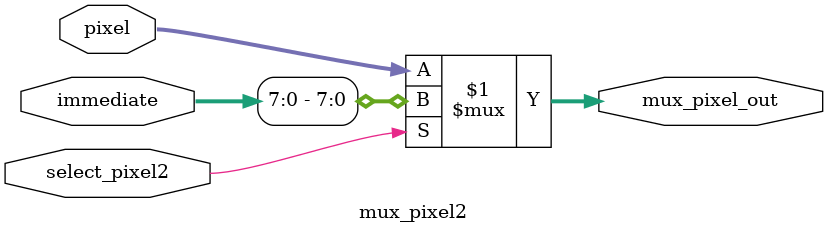
<source format=v>
`timescale 1ns / 1ps
module mux_pixel2(
    input [7:0] pixel,
    input [31:0] immediate,
    input select_pixel2,
    output [7:0] mux_pixel_out
    );
	 
	assign mux_pixel_out = (select_pixel2) ? immediate[7:0] : pixel;


endmodule

</source>
